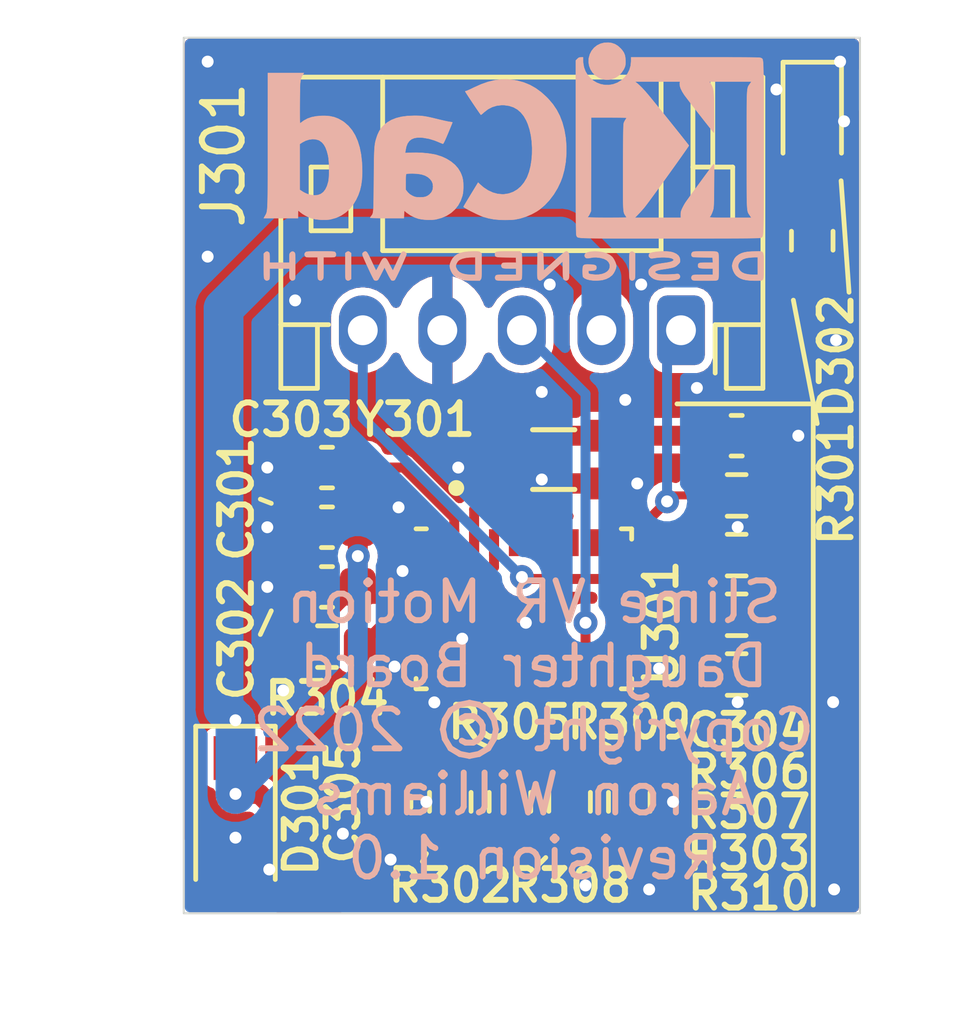
<source format=kicad_pcb>
(kicad_pcb (version 20221018) (generator pcbnew)
  (title_block (title "Slime VR Motion Daughter Board") (date "2022-03-03") (rev "1.0") (company "Copyright © 2022 Aaron Williams"))
  (layers (0 "F.Cu" mixed) (31 "B.Cu" mixed) (34 "B.Paste" user) (35 "F.Paste" user) (36 "B.SilkS" user "B.Silkscreen") (37 "F.SilkS" user "F.Silkscreen") (38 "B.Mask" user) (39 "F.Mask" user) (44 "Edge.Cuts" user))
  (net 0 "")
  (net 1 "+3V3")
  (net 2 "GND")
  (net 3 "Net-(D302-Pad2)")
  (net 4 "Net-(R303-Pad2)")
  (net 5 "Net-(R308-Pad2)")
  (net 6 "Net-(R309-Pad2)")
  (net 7 "Net-(R310-Pad2)")
  (net 17 "/CAP")
  (net 18 "/SDA")
  (net 19 "/~{INT1}")
  (net 20 "/SCL")
  (net 21 "/~{BNO_RESET}")
  (net 22 "/~{BNO_BOOT}")
  (net 23 "/B_CLK")
  (footprint "Resistor_SMD:R_0603_1608Metric" (layer "F.Cu") (at 73.8 39.1 -90)
    (fp_text reference "R301" (at 6.094261 -0.6 90) (layer "F.SilkS") (effects (font (size 0.8 0.8))))
    (fp_text value "330")
    (pad "1" smd roundrect (at -0.825 0 270) (size 0.8 0.95) (layers "F.Cu" "F.Paste" "F.Mask") (net 3 "Net-(D302-Pad2)"))
    (pad "2" smd roundrect (at 0.825 0 270) (size 0.8 0.95) (layers "F.Cu" "F.Paste" "F.Mask") (net 1 "+3V3"))
  )
  (footprint "Capacitor_SMD:C_0603_1608Metric" (layer "F.Cu") (at 61.6 44.8 180)
    (fp_text reference "C303" (at 0.9 1.2) (layer "F.SilkS") (effects (font (size 0.8 0.8))))
    (fp_text value "0.1uF")
    (pad "1" smd roundrect (at -0.775 0 180) (size 0.9 0.95) (layers "F.Cu" "F.Paste" "F.Mask") (net 1 "+3V3"))
    (pad "2" smd roundrect (at 0.775 0 180) (size 0.9 0.95) (layers "F.Cu" "F.Paste" "F.Mask") (net 2 "GND"))
  )
  (footprint "Package_LGA:LGA-28_5.2x3.8mm_P0.5mm" (layer "F.Cu") (at 66.55 48.35)
    (fp_text reference "U301" (at 3.45 0.35 90) (layer "F.SilkS") (effects (font (size 0.8 0.8))))
    (fp_text value "BNO085")
    (pad "1" smd rect (at -2.25 -1.6625) (size 0.254 0.675) (layers "F.Cu" "F.Paste" "F.Mask"))
    (pad "2" smd rect (at -2.3875 -0.75 90) (size 0.254 0.675) (layers "F.Cu" "F.Paste" "F.Mask") (net 2 "GND"))
    (pad "3" smd rect (at -2.3875 -0.25 90) (size 0.254 0.675) (layers "F.Cu" "F.Paste" "F.Mask") (net 1 "+3V3"))
    (pad "4" smd rect (at -2.3875 0.25 90) (size 0.254 0.675) (layers "F.Cu" "F.Paste" "F.Mask") (net 22 "/~{BNO_BOOT}"))
    (pad "5" smd rect (at -2.3875 0.75 90) (size 0.254 0.675) (layers "F.Cu" "F.Paste" "F.Mask") (net 2 "GND"))
    (pad "6" smd rect (at -2.25 1.6625) (size 0.254 0.675) (layers "F.Cu" "F.Paste" "F.Mask") (net 2 "GND"))
    (pad "7" smd rect (at -1.75 1.6625) (size 0.254 0.675) (layers "F.Cu" "F.Paste" "F.Mask"))
    (pad "8" smd rect (at -1.25 1.6625) (size 0.254 0.675) (layers "F.Cu" "F.Paste" "F.Mask"))
    (pad "9" smd rect (at -0.75 1.6625) (size 0.254 0.675) (layers "F.Cu" "F.Paste" "F.Mask") (net 17 "/CAP"))
    (pad "10" smd rect (at -0.25 1.6625) (size 0.254 0.675) (layers "F.Cu" "F.Paste" "F.Mask") (net 1 "+3V3"))
    (pad "11" smd rect (at 0.25 1.6625) (size 0.254 0.675) (layers "F.Cu" "F.Paste" "F.Mask") (net 21 "/~{BNO_RESET}"))
    (pad "12" smd rect (at 0.75 1.6625) (size 0.254 0.675) (layers "F.Cu" "F.Paste" "F.Mask"))
    (pad "13" smd rect (at 1.25 1.6625) (size 0.254 0.675) (layers "F.Cu" "F.Paste" "F.Mask"))
    (pad "14" smd rect (at 1.75 1.6625) (size 0.254 0.675) (layers "F.Cu" "F.Paste" "F.Mask") (net 19 "/~{INT1}"))
    (pad "15" smd rect (at 2.25 1.6625) (size 0.254 0.675) (layers "F.Cu" "F.Paste" "F.Mask") (net 5 "Net-(R308-Pad2)"))
    (pad "16" smd rect (at 2.3875 0.75 90) (size 0.254 0.675) (layers "F.Cu" "F.Paste" "F.Mask") (net 6 "Net-(R309-Pad2)"))
    (pad "17" smd rect (at 2.3875 0.25 90) (size 0.254 0.675) (layers "F.Cu" "F.Paste" "F.Mask") (net 7 "Net-(R310-Pad2)"))
    (pad "18" smd rect (at 2.3875 -0.25 90) (size 0.254 0.675) (layers "F.Cu" "F.Paste" "F.Mask") (net 4 "Net-(R303-Pad2)"))
    (pad "19" smd rect (at 2.3875 -0.75 90) (size 0.254 0.675) (layers "F.Cu" "F.Paste" "F.Mask") (net 20 "/SCL"))
    (pad "20" smd rect (at 2.25 -1.6625) (size 0.254 0.675) (layers "F.Cu" "F.Paste" "F.Mask") (net 18 "/SDA"))
    (pad "21" smd rect (at 1.75 -1.6625) (size 0.254 0.675) (layers "F.Cu" "F.Paste" "F.Mask"))
    (pad "22" smd rect (at 1.25 -1.6625) (size 0.254 0.675) (layers "F.Cu" "F.Paste" "F.Mask"))
    (pad "23" smd rect (at 0.75 -1.6625) (size 0.254 0.675) (layers "F.Cu" "F.Paste" "F.Mask"))
    (pad "24" smd rect (at 0.25 -1.6625) (size 0.254 0.675) (layers "F.Cu" "F.Paste" "F.Mask"))
    (pad "25" smd rect (at -0.25 -1.6625) (size 0.254 0.675) (layers "F.Cu" "F.Paste" "F.Mask") (net 2 "GND"))
    (pad "26" smd rect (at -0.75 -1.6625) (size 0.254 0.675) (layers "F.Cu" "F.Paste" "F.Mask") (net 1 "+3V3"))
    (pad "27" smd rect (at -1.25 -1.6625) (size 0.254 0.675) (layers "F.Cu" "F.Paste" "F.Mask") (net 23 "/B_CLK"))
    (pad "28" smd rect (at -1.75 -1.6625) (size 0.254 0.675) (layers "F.Cu" "F.Paste" "F.Mask") (net 1 "+3V3"))
  )
  (footprint "Capacitor_SMD:C_0603_1608Metric" (layer "F.Cu") (at 71.9 44)
    (fp_text reference "C304" (at 0.3 7.4) (layer "F.SilkS") (effects (font (size 0.8 0.8))))
    (fp_text value "0.1uF")
    (pad "1" smd roundrect (at -0.775 0) (size 0.9 0.95) (layers "F.Cu" "F.Paste" "F.Mask") (net 1 "+3V3"))
    (pad "2" smd roundrect (at 0.775 0) (size 0.9 0.95) (layers "F.Cu" "F.Paste" "F.Mask") (net 2 "GND"))
  )
  (footprint "Capacitor_SMD:C_0603_1608Metric" (layer "F.Cu") (at 61.6 47.8 180)
    (fp_text reference "C302" (at 2.275 -1.294261 90) (layer "F.SilkS") (effects (font (size 0.8 0.8))))
    (fp_text value "0.1uF")
    (pad "1" smd roundrect (at -0.775 0 180) (size 0.9 0.95) (layers "F.Cu" "F.Paste" "F.Mask") (net 1 "+3V3"))
    (pad "2" smd roundrect (at 0.775 0 180) (size 0.9 0.95) (layers "F.Cu" "F.Paste" "F.Mask") (net 2 "GND"))
  )
  (footprint "Connector_JST:JST_PH_S5B-PH-K_1x05_P2.00mm_Horizontal" (layer "F.Cu") (at 70.5 41.35 180)
    (fp_text reference "J301" (at 11.5 4.4 90) (layer "F.SilkS"))
    (fp_text value "External Motion")
    (pad "1" thru_hole roundrect (at 0 0 180) (size 1.2 1.75) (drill 0.75) (layers "*.Cu" "*.Mask") (roundrect_rratio 0.2083333333) (net 18 "/SDA"))
    (pad "2" thru_hole oval (at 2 0 180) (size 1.2 1.75) (drill 0.75) (layers "*.Cu" "*.Mask") (net 1 "+3V3"))
    (pad "3" thru_hole oval (at 4 0 180) (size 1.2 1.75) (drill 0.75) (layers "*.Cu" "*.Mask") (net 19 "/~{INT1}"))
    (pad "4" thru_hole oval (at 6 0 180) (size 1.2 1.75) (drill 0.75) (layers "*.Cu" "*.Mask") (net 2 "GND"))
    (pad "5" thru_hole oval (at 8 0 180) (size 1.2 1.75) (drill 0.75) (layers "*.Cu" "*.Mask") (net 20 "/SCL"))
  )
  (footprint "Resistor_SMD:R_0603_1608Metric" (layer "F.Cu") (at 71.9 48.5 180)
    (fp_text reference "R303" (at -0.3 -6) (layer "F.SilkS") (effects (font (size 0.8 0.8))))
    (fp_text value "10K")
    (pad "1" smd roundrect (at -0.825 0 180) (size 0.8 0.95) (layers "F.Cu" "F.Paste" "F.Mask") (net 1 "+3V3"))
    (pad "2" smd roundrect (at 0.825 0 180) (size 0.8 0.95) (layers "F.Cu" "F.Paste" "F.Mask") (net 4 "Net-(R303-Pad2)"))
  )
  (footprint "LED_SMD:LED_0603_1608Metric" (layer "F.Cu") (at 73.8 36.1 -90)
    (fp_text reference "D302" (at 5.9 -0.6 90) (layer "F.SilkS") (effects (font (size 0.8 0.8))))
    (fp_text value "Green")
    (pad "1" smd roundrect (at -0.7875 0 270) (size 0.875 0.95) (layers "F.Cu" "F.Paste" "F.Mask") (net 2 "GND"))
    (pad "2" smd roundrect (at 0.7875 0 270) (size 0.875 0.95) (layers "F.Cu" "F.Paste" "F.Mask") (net 3 "Net-(D302-Pad2)"))
  )
  (footprint "Resistor_SMD:R_0603_1608Metric" (layer "F.Cu") (at 61.6 49.3)
    (fp_text reference "R304" (at 0 1.3) (layer "F.SilkS") (effects (font (size 0.8 0.8))))
    (fp_text value "10K")
    (pad "1" smd roundrect (at -0.825 0) (size 0.8 0.95) (layers "F.Cu" "F.Paste" "F.Mask") (net 1 "+3V3"))
    (pad "2" smd roundrect (at 0.825 0) (size 0.8 0.95) (layers "F.Cu" "F.Paste" "F.Mask") (net 22 "/~{BNO_BOOT}"))
  )
  (footprint "Resistor_SMD:R_0603_1608Metric" (layer "F.Cu") (at 71.9 45.5 180)
    (fp_text reference "R306" (at -0.3 -6.95) (layer "F.SilkS") (effects (font (size 0.8 0.8))))
    (fp_text value "2.2K")
    (pad "1" smd roundrect (at -0.825 0 180) (size 0.8 0.95) (layers "F.Cu" "F.Paste" "F.Mask") (net 1 "+3V3"))
    (pad "2" smd roundrect (at 0.825 0 180) (size 0.8 0.95) (layers "F.Cu" "F.Paste" "F.Mask") (net 18 "/SDA"))
  )
  (footprint "Resistor_SMD:R_0603_1608Metric" (layer "F.Cu") (at 69.2 53.2 90)
    (fp_text reference "R309" (at 2 0) (layer "F.SilkS") (effects (font (size 0.8 0.8))))
    (fp_text value "2.2K")
    (pad "1" smd roundrect (at -0.825 0 90) (size 0.8 0.95) (layers "F.Cu" "F.Paste" "F.Mask") (net 1 "+3V3"))
    (pad "2" smd roundrect (at 0.825 0 90) (size 0.8 0.95) (layers "F.Cu" "F.Paste" "F.Mask") (net 6 "Net-(R309-Pad2)"))
  )
  (footprint "Resistor_SMD:R_0603_1608Metric" (layer "F.Cu") (at 66.2 53.2 90)
    (fp_text reference "R305" (at 2 0) (layer "F.SilkS") (effects (font (size 0.8 0.8))))
    (fp_text value "10K")
    (pad "1" smd roundrect (at -0.825 0 90) (size 0.8 0.95) (layers "F.Cu" "F.Paste" "F.Mask") (net 1 "+3V3"))
    (pad "2" smd roundrect (at 0.825 0 90) (size 0.8 0.95) (layers "F.Cu" "F.Paste" "F.Mask") (net 19 "/~{INT1}"))
  )
  (footprint "Diode_SMD:D_SOD-123F" (layer "F.Cu") (at 59.3 53.5 -90)
    (fp_text reference "D301" (at 0 -1.65 90) (layer "F.SilkS") (effects (font (size 0.8 0.8))))
    (fp_text value "DSS12UTR")
    (pad "1" smd rect (at -1.4 0 270) (size 1.1 1.1) (layers "F.Cu" "F.Paste" "F.Mask") (net 1 "+3V3"))
    (pad "2" smd rect (at 1.4 0 270) (size 1.1 1.1) (layers "F.Cu" "F.Paste" "F.Mask") (net 2 "GND"))
  )
  (footprint "Resistor_SMD:R_0603_1608Metric" (layer "F.Cu") (at 71.9 47 180)
    (fp_text reference "R307" (at -0.3 -6.45) (layer "F.SilkS") (effects (font (size 0.8 0.8))))
    (fp_text value "2.2K")
    (pad "1" smd roundrect (at -0.825 0 180) (size 0.8 0.95) (layers "F.Cu" "F.Paste" "F.Mask") (net 1 "+3V3"))
    (pad "2" smd roundrect (at 0.825 0 180) (size 0.8 0.95) (layers "F.Cu" "F.Paste" "F.Mask") (net 20 "/SCL"))
  )
  (footprint "Capacitor_SMD:C_0603_1608Metric" (layer "F.Cu") (at 61.6 46.3 180)
    (fp_text reference "C301" (at 2.275 0.705739 90) (layer "F.SilkS") (effects (font (size 0.8 0.8))))
    (fp_text value "10uF 10V")
    (pad "1" smd roundrect (at -0.775 0 180) (size 0.9 0.95) (layers "F.Cu" "F.Paste" "F.Mask") (net 1 "+3V3"))
    (pad "2" smd roundrect (at 0.775 0 180) (size 0.9 0.95) (layers "F.Cu" "F.Paste" "F.Mask") (net 2 "GND"))
  )
  (footprint "Resistor_SMD:R_0603_1608Metric" (layer "F.Cu") (at 64.7 53.2 90)
    (fp_text reference "R302" (at -2.1 0) (layer "F.SilkS") (effects (font (size 0.8 0.8))))
    (fp_text value "10K")
    (pad "1" smd roundrect (at -0.825 0 90) (size 0.8 0.95) (layers "F.Cu" "F.Paste" "F.Mask") (net 1 "+3V3"))
    (pad "2" smd roundrect (at 0.825 0 90) (size 0.8 0.95) (layers "F.Cu" "F.Paste" "F.Mask") (net 21 "/~{BNO_RESET}"))
  )
  (footprint "Resistor_SMD:R_0603_1608Metric" (layer "F.Cu") (at 67.7 53.2 90)
    (fp_text reference "R308" (at -2.1 0) (layer "F.SilkS") (effects (font (size 0.8 0.8))))
    (fp_text value "2.2K")
    (pad "1" smd roundrect (at -0.825 0 90) (size 0.8 0.95) (layers "F.Cu" "F.Paste" "F.Mask") (net 1 "+3V3"))
    (pad "2" smd roundrect (at 0.825 0 90) (size 0.8 0.95) (layers "F.Cu" "F.Paste" "F.Mask") (net 5 "Net-(R308-Pad2)"))
  )
  (footprint "Resistor_SMD:R_0603_1608Metric" (layer "F.Cu") (at 71.9 50 180)
    (fp_text reference "R310" (at -0.325 -5.494261) (layer "F.SilkS") (effects (font (size 0.8 0.8))))
    (fp_text value "10K")
    (pad "1" smd roundrect (at -0.825 0 180) (size 0.8 0.95) (layers "F.Cu" "F.Paste" "F.Mask") (net 1 "+3V3"))
    (pad "2" smd roundrect (at 0.825 0 180) (size 0.8 0.95) (layers "F.Cu" "F.Paste" "F.Mask") (net 7 "Net-(R310-Pad2)"))
  )
  (footprint "Aaron:OSC_OM-7604-C7" (layer "F.Cu") (at 67.3 44.6)
    (fp_text reference "Y301" (at -3.475 -1.005739) (layer "F.SilkS") (effects (font (size 0.8 0.8))))
    (fp_text value "OM-7604-C7")
    (pad "1" smd rect (at -1.35 0.6) (size 1 0.8) (layers "F.Cu" "F.Paste" "F.Mask") (net 23 "/B_CLK"))
    (pad "2" smd rect (at 1.35 0.6) (size 1 0.8) (layers "F.Cu" "F.Paste" "F.Mask") (net 2 "GND"))
    (pad "3" smd rect (at 1.35 -0.6) (size 1 0.8) (layers "F.Cu" "F.Paste" "F.Mask") (net 1 "+3V3"))
    (pad "4" smd rect (at -1.35 -0.6) (size 1 0.8) (layers "F.Cu" "F.Paste" "F.Mask") (net 1 "+3V3"))
  )
  (footprint "Capacitor_SMD:C_0603_1608Metric" (layer "F.Cu") (at 63.2 53.2 -90)
    (fp_text reference "C305" (at 0 1.2 90) (layer "F.SilkS") (effects (font (size 0.8 0.8))))
    (fp_text value "0.1uF")
    (pad "1" smd roundrect (at -0.775 0 270) (size 0.9 0.95) (layers "F.Cu" "F.Paste" "F.Mask") (net 17 "/CAP"))
    (pad "2" smd roundrect (at 0.775 0 270) (size 0.9 0.95) (layers "F.Cu" "F.Paste" "F.Mask") (net 2 "GND"))
  )
  (footprint "Symbol:KiCad-Logo2_5mm_SilkScreen" (layer "B.Cu") (at 66.3 37.1 180)
    (fp_text reference "REF**" hide)
    (fp_text value "KiCad-Logo2_5mm_SilkScreen" hide)
  )
  (gr_line (start 66.9 54.8) (end 67.1 54.6) (stroke (width 0.12)) (layer "F.SilkS"))
  (gr_line (start 59.925 45.594261) (end 60.2 45.7) (stroke (width 0.12)) (layer "F.SilkS"))
  (gr_line (start 65.4 51.7) (end 65.6 51.8) (stroke (width 0.12)) (layer "F.SilkS"))
  (gr_line (start 73.825 43.2) (end 70.4 43.2) (stroke (width 0.12)) (layer "F.SilkS"))
  (gr_line (start 73.825 55.794261) (end 73.825 43.2) (stroke (width 0.12)) (layer "F.SilkS"))
  (gr_line (start 73.325 40.594261) (end 73.925 43.694261) (stroke (width 0.12)) (layer "F.SilkS"))
  (gr_line (start 68.5 51.7) (end 68.7 51.8) (stroke (width 0.12)) (layer "F.SilkS"))
  (gr_line (start 59.925 48.994261) (end 60.2 48.4) (stroke (width 0.12)) (layer "F.SilkS"))
  (gr_line (start 64 54.7) (end 64.1 54.5) (stroke (width 0.12)) (layer "F.SilkS"))
  (gr_line (start 74.725 40.394261) (end 74.525 37.594261) (stroke (width 0.12)) (layer "F.SilkS"))
  (gr_rect (start 58 34) (end 75 56) (stroke (width 0.05)) (fill none) (layer "Edge.Cuts"))
  (gr_text "Slime VR Motion\nDaughter Board\nCopyright © 2022\nAaron Williams\nRevision 1.0" (at 66.8 51.4) (layer "B.SilkS") (effects (font (size 1 1)) (justify mirror)))
  (segment (start 62.375 44.8) (end 63.526022 44.8) (width 0.25) (layer "F.Cu") (net 1))
  (segment (start 62.675 46) (end 62.375 46.3) (width 0.25) (layer "F.Cu") (net 1))
  (segment (start 62.375 45.525) (end 62.375 44.8) (width 0.5) (layer "F.Cu") (net 1))
  (segment (start 71.125 44) (end 72.725 45.6) (width 0.5) (layer "F.Cu") (net 1))
  (segment (start 66.1 55.4) (end 62.3 55.4) (width 0.5) (layer "F.Cu") (net 1))
  (segment (start 65.001022 48.1) (end 64.1625 48.1) (width 0.25) (layer "F.Cu") (net 1))
  (segment (start 66.3 49.398978) (end 65.001022 48.1) (width 0.25) (layer "F.Cu") (net 1))
  (segment (start 66.975 54.025) (end 66.975 54.525) (width 0.5) (layer "F.Cu") (net 1))
  (segment (start 59.3 52.1) (end 59.3 53) (width 0.5) (layer "F.Cu") (net 1))
  (segment (start 65.8 47.301022) (end 65.601022 47.5) (width 0.25) (layer "F.Cu") (net 1))
  (segment (start 64.998978 47.5) (end 64.8 47.301022) (width 0.25) (layer "F.Cu") (net 1))
  (segment (start 66.975 54.525) (end 66.1 55.4) (width 0.5) (layer "F.Cu") (net 1))
  (segment (start 65.95 44) (end 71.125 44) (width 0.5) (layer "F.Cu") (net 1))
  (segment (start 59.9 53) (end 59.3 53) (width 0.5) (layer "F.Cu") (net 1))
  (segment (start 72.725 50) (end 72.725 45.6) (width 0.5) (layer "F.Cu") (net 1))
  (segment (start 73.8 39.925) (end 73.8 41.325) (width 0.25) (layer "F.Cu") (net 1))
  (segment (start 72.725 50) (end 72.725 52.275) (width 0.5) (layer "F.Cu") (net 1))
  (segment (start 64.8 46.073978) (end 64.8 46.6875) (width 0.25) (layer "F.Cu") (net 1))
  (segment (start 60.875 49.3) (end 62.375 47.8) (width 0.25) (layer "F.Cu") (net 1))
  (segment (start 64.1625 48.1) (end 62.675 48.1) (width 0.25) (layer "F.Cu") (net 1))
  (segment (start 62.675 48.1) (end 62.375 47.8) (width 0.25) (layer "F.Cu") (net 1))
  (segment (start 73.8 41.325) (end 71.125 44) (width 0.25) (layer "F.Cu") (net 1))
  (segment (start 70.975 54.025) (end 69.2 54.025) (width 0.5) (layer "F.Cu") (net 1))
  (segment (start 72.725 52.275) (end 70.975 54.025) (width 0.5) (layer "F.Cu") (net 1))
  (segment (start 62.3 55.4) (end 59.9 53) (width 0.5) (layer "F.Cu") (net 1))
  (segment (start 64.8 47.301022) (end 64.8 46.6875) (width 0.25) (layer "F.Cu") (net 1))
  (segment (start 64.7 54.025) (end 66.975 54.025) (width 0.5) (layer "F.Cu") (net 1))
  (segment (start 66.3 50.0125) (end 66.3 49.398978) (width 0.25) (layer "F.Cu") (net 1))
  (segment (start 65.8 46.6875) (end 65.8 47.301022) (width 0.25) (layer "F.Cu") (net 1))
  (segment (start 60.775 49.3) (end 60.875 49.3) (width 0.25) (layer "F.Cu") (net 1))
  (segment (start 63.526022 44.8) (end 64.8 46.073978) (width 0.25) (layer "F.Cu") (net 1))
  (segment (start 62.375 47.8) (end 62.375 47.025) (width 0.5) (layer "F.Cu") (net 1))
  (segment (start 66.975 54.025) (end 69.2 54.025) (width 0.5) (layer "F.Cu") (net 1))
  (segment (start 59.3 52.1) (end 59.3 51.15) (width 0.5) (layer "F.Cu") (net 1))
  (segment (start 65.601022 47.5) (end 64.998978 47.5) (width 0.25) (layer "F.Cu") (net 1))
  (segment (start 62.375 47.025) (end 62.375 45.525) (width 0.5) (layer "F.Cu") (net 1))
  (via (at 62.375 47.025) (size 0.6) (drill 0.3) (layers "F.Cu" "B.Cu") (net 1))
  (via (at 59.3 53) (size 0.6) (drill 0.3) (layers "F.Cu" "B.Cu") (net 1))
  (via (at 59.3 51.15) (size 0.6) (drill 0.3) (layers "F.Cu" "B.Cu") (net 1))
  (segment (start 59 40.8) (end 59 50.85) (width 1) (layer "B.Cu") (net 1))
  (segment (start 59 50.85) (end 59.3 51.15) (width 1) (layer "B.Cu") (net 1))
  (segment (start 59.3 51.15) (end 59.3 53) (width 1) (layer "B.Cu") (net 1))
  (segment (start 67.475 39) (end 60.8 39) (width 1) (layer "B.Cu") (net 1))
  (segment (start 62.375 50.025) (end 59.4 53) (width 0.5) (layer "B.Cu") (net 1))
  (segment (start 68.5 41.35) (end 68.5 40.025) (width 1) (layer "B.Cu") (net 1))
  (segment (start 68.5 40.025) (end 67.475 39) (width 1) (layer "B.Cu") (net 1))
  (segment (start 62.375 47.025) (end 62.375 50.025) (width 0.5) (layer "B.Cu") (net 1))
  (segment (start 59.4 53) (end 59.3 53) (width 0.5) (layer "B.Cu") (net 1))
  (segment (start 60.8 39) (end 59 40.8) (width 1) (layer "B.Cu") (net 1))
  (segment (start 72.9125 35.3125) (end 72.9 35.3) (width 0.25) (layer "F.Cu") (net 2))
  (segment (start 66.774511 45.924511) (end 67 45.699022) (width 0.25) (layer "F.Cu") (net 2))
  (segment (start 67 45.699022) (end 67 45.1) (width 0.25) (layer "F.Cu") (net 2))
  (segment (start 66.3 46.6875) (end 66.3 46) (width 0.25) (layer "F.Cu") (net 2))
  (segment (start 66.375489 45.924511) (end 66.774511 45.924511) (width 0.25) (layer "F.Cu") (net 2))
  (segment (start 73.8 35.3125) (end 72.9125 35.3125) (width 0.25) (layer "F.Cu") (net 2))
  (segment (start 66.3 46) (end 66.375489 45.924511) (width 0.25) (layer "F.Cu") (net 2))
  (via (at 66.6 48.7) (size 0.6) (drill 0.3) (layers "F.Cu" "B.Cu") (net 2))
  (via (at 60.5 50.4) (size 0.6) (drill 0.3) (layers "F.Cu" "B.Cu") (net 2))
  (via (at 74.6 36.1) (size 0.6) (drill 0.3) (layers "F.Cu" "B.Cu") (net 2))
  (via (at 58.6 34.6) (size 0.6) (drill 0.3) (layers "F.Cu" "B.Cu") (net 2))
  (via (at 69.7 55.4) (size 0.6) (drill 0.3) (layers "F.Cu" "B.Cu") (net 2))
  (via (at 69.5 40.2) (size 0.6) (drill 0.3) (layers "F.Cu" "B.Cu") (net 2))
  (via (at 74.5 34.6) (size 0.6) (drill 0.3) (layers "F.Cu" "B.Cu") (net 2))
  (via (at 74.35 55.4) (size 0.6) (drill 0.3) (layers "F.Cu" "B.Cu") (net 2))
  (via (at 63.2 54.6505) (size 0.6) (drill 0.3) (layers "F.Cu" "B.Cu") (net 2))
  (via (at 67.2 40.2) (size 0.6) (drill 0.3) (layers "F.Cu" "B.Cu") (net 2))
  (via (at 60.15 54.9) (size 0.6) (drill 0.3) (layers "F.Cu" "B.Cu") (net 2))
  (via (at 58.6 39.5) (size 0.6) (drill 0.3) (layers "F.Cu" "B.Cu") (net 2))
  (via (at 70.9 42.8) (size 0.6) (drill 0.3) (layers "F.Cu" "B.Cu") (net 2))
  (via (at 64.3 50.7) (size 0.6) (drill 0.3) (layers "F.Cu" "B.Cu") (net 2))
  (via (at 59.3 54.0995) (size 0.6) (drill 0.3) (layers "F.Cu" "B.Cu") (net 2))
  (via (at 60.1 47.8) (size 0.6) (drill 0.3) (layers "F.Cu" "B.Cu") (net 2))
  (via (at 74.4 41.6) (size 0.6) (drill 0.3) (layers "F.Cu" "B.Cu") (net 2))
  (via (at 69.4 45.2) (size 0.6) (drill 0.3) (layers "F.Cu" "B.Cu") (net 2))
  (via (at 69.1 43.1) (size 0.6) (drill 0.3) (layers "F.Cu" "B.Cu") (net 2))
  (via (at 69.95 49.85) (size 0.6) (drill 0.3) (layers "F.Cu" "B.Cu") (net 2))
  (via (at 63.3 49.8) (size 0.6) (drill 0.3) (layers "F.Cu" "B.Cu") (net 2))
  (via (at 74.325 50.694261) (size 0.6) (drill 0.3) (layers "F.Cu" "B.Cu") (net 2))
  (via (at 72.9 35.3) (size 0.6) (drill 0.3) (layers "F.Cu" "B.Cu") (net 2))
  (via (at 73.45 44) (size 0.6) (drill 0.3) (layers "F.Cu" "B.Cu") (net 2))
  (via (at 60.1 46.3) (size 0.6) (drill 0.3) (layers "F.Cu" "B.Cu") (net 2))
  (via (at 65 49.1) (size 0.6) (drill 0.3) (layers "F.Cu" "B.Cu") (net 2))
  (via (at 67 42.9) (size 0.6) (drill 0.3) (layers "F.Cu" "B.Cu") (net 2))
  (via (at 64.1 53.2) (size 0.6) (drill 0.3) (layers "F.Cu" "B.Cu") (net 2))
  (via (at 64.9 44.8) (size 0.6) (drill 0.3) (layers "F.Cu" "B.Cu") (net 2))
  (via (at 70.3 53.2) (size 0.6) (drill 0.3) (layers "F.Cu" "B.Cu") (net 2))
  (via (at 63.5 47.4) (size 0.6) (drill 0.3) (layers "F.Cu" "B.Cu") (net 2))
  (via (at 68.1 55.3) (size 0.6) (drill 0.3) (layers "F.Cu" "B.Cu") (net 2))
  (via (at 63.4 45.8) (size 0.6) (drill 0.3) (layers "F.Cu" "B.Cu") (net 2))
  (via (at 60.8 40.6) (size 0.6) (drill 0.3) (layers "F.Cu" "B.Cu") (net 2))
  (via (at 67 45.1) (size 0.6) (drill 0.3) (layers "F.Cu" "B.Cu") (net 2))
  (via (at 71.925 46.294261) (size 0.6) (drill 0.3) (layers "F.Cu" "B.Cu") (net 2))
  (via (at 62 54) (size 0.6) (drill 0.3) (layers "F.Cu" "B.Cu") (net 2))
  (via (at 60.1 44.8) (size 0.6) (drill 0.3) (layers "F.Cu" "B.Cu") (net 2))
  (via (at 71.925 50.694261) (size 0.6) (drill 0.3) (layers "F.Cu" "B.Cu") (net 2))
  (segment (start 73.8 36.8875) (end 73.8 38.275) (width 0.25) (layer "F.Cu") (net 3))
  (segment (start 68.9375 48.1) (end 70.675 48.1) (width 0.25) (layer "F.Cu") (net 4))
  (segment (start 70.675 48.1) (end 71.075 48.5) (width 0.25) (layer "F.Cu") (net 4))
  (segment (start 68.8 50.0125) (end 68.8 51.275) (width 0.25) (layer "F.Cu") (net 5))
  (segment (start 68.8 51.275) (end 67.7 52.375) (width 0.25) (layer "F.Cu") (net 5))
  (segment (start 69.251511 49.414011) (end 69.251511 52.323489) (width 0.25) (layer "F.Cu") (net 6))
  (segment (start 69.251511 52.323489) (end 69.2 52.375) (width 0.25) (layer "F.Cu") (net 6))
  (segment (start 68.9375 49.1) (end 69.251511 49.414011) (width 0.25) (layer "F.Cu") (net 6))
  (segment (start 68.9375 48.6) (end 69.675 48.6) (width 0.25) (layer "F.Cu") (net 7))
  (segment (start 69.675 48.6) (end 71.075 50) (width 0.25) (layer "F.Cu") (net 7))
  (segment (start 63.97452 51.65048) (end 63.2 52.425) (width 0.25) (layer "F.Cu") (net 17))
  (segment (start 65.8 50.0125) (end 65.8 50.626022) (width 0.25) (layer "F.Cu") (net 17))
  (segment (start 64.775542 51.65048) (end 63.97452 51.65048) (width 0.25) (layer "F.Cu") (net 17))
  (segment (start 65.8 50.626022) (end 64.775542 51.65048) (width 0.25) (layer "F.Cu") (net 17))
  (segment (start 68.8 46.6875) (end 69.1125 46.6875) (width 0.25) (layer "F.Cu") (net 18))
  (segment (start 69.1125 46.6875) (end 70.2 45.6) (width 0.25) (layer "F.Cu") (net 18))
  (segment (start 70.3 45.5) (end 70.15 45.65) (width 0.2) (layer "F.Cu") (net 18))
  (segment (start 71.075 45.5) (end 70.3 45.5) (width 0.2) (layer "F.Cu") (net 18))
  (via (at 70.15 45.65) (size 0.6) (drill 0.3) (layers "F.Cu" "B.Cu") (net 18))
  (segment (start 70.15 45.65) (end 70.15 41.7) (width 0.25) (layer "B.Cu") (net 18))
  (segment (start 70.15 41.7) (end 70.5 41.35) (width 0.25) (layer "B.Cu") (net 18))
  (segment (start 70.35 41.35) (end 70.2 41.5) (width 0.25) (layer "B.Cu") (net 18))
  (segment (start 67.726022 51.2) (end 67.375 51.2) (width 0.25) (layer "F.Cu") (net 19))
  (segment (start 68.3 50.626022) (end 68.3 49.425) (width 0.25) (layer "F.Cu") (net 19))
  (segment (start 68.1 49.225) (end 68.1 48.7) (width 0.25) (layer "F.Cu") (net 19))
  (segment (start 68.3 49.425) (end 68.1 49.225) (width 0.25) (layer "F.Cu") (net 19))
  (segment (start 68.3 50.626022) (end 67.726022 51.2) (width 0.25) (layer "F.Cu") (net 19))
  (segment (start 67.375 51.2) (end 66.2 52.375) (width 0.25) (layer "F.Cu") (net 19))
  (via (at 68.1 48.7) (size 0.6) (drill 0.3) (layers "F.Cu" "B.Cu") (net 19))
  (segment (start 66.5 41.35) (end 68.1 42.95) (width 0.25) (layer "B.Cu") (net 19))
  (segment (start 68.1 42.95) (end 68.1 48.7) (width 0.25) (layer "B.Cu") (net 19))
  (segment (start 68.9375 47.6) (end 70.475 47.6) (width 0.25) (layer "F.Cu") (net 20))
  (segment (start 66.55 47.6) (end 66.5 47.55) (width 0.25) (layer "F.Cu") (net 20))
  (segment (start 68.9375 47.6) (end 66.55 47.6) (width 0.25) (layer "F.Cu") (net 20))
  (segment (start 70.475 47.6) (end 71.075 47) (width 0.25) (layer "F.Cu") (net 20))
  (via (at 66.5 47.55) (size 0.6) (drill 0.3) (layers "F.Cu" "B.Cu") (net 20))
  (segment (start 62.5 41.35) (end 62.5 43.55) (width 0.25) (layer "B.Cu") (net 20))
  (segment (start 62.5 43.55) (end 66.5 47.55) (width 0.25) (layer "B.Cu") (net 20))
  (segment (start 66.8 50.7) (end 66.8 50.0125) (width 0.25) (layer "F.Cu") (net 21))
  (segment (start 65.84952 51.65048) (end 66.8 50.7) (width 0.25) (layer "F.Cu") (net 21))
  (segment (start 65.42452 51.65048) (end 65.84952 51.65048) (width 0.25) (layer "F.Cu") (net 21))
  (segment (start 64.7 52.375) (end 65.42452 51.65048) (width 0.25) (layer "F.Cu") (net 21))
  (segment (start 64.1625 48.6) (end 63.125 48.6) (width 0.25) (layer "F.Cu") (net 22))
  (segment (start 63.125 48.6) (end 62.425 49.3) (width 0.25) (layer "F.Cu") (net 22))
  (segment (start 65.3 46.6875) (end 65.3 45.85) (width 0.25) (layer "F.Cu") (net 23))
  (segment (start 65.3 45.85) (end 65.95 45.2) (width 0.25) (layer "F.Cu") (net 23))
  (zone (net 2) (net_name "GND") (layer "F.Cu") (connect_pads (clearance 0)) (min_thickness 0.254) (fill yes (thermal_gap 0.508) (thermal_bridge_width 0.508))
    (polygon (pts (xy 75 56) (xy 58 56) (xy 58 34) (xy 75 34)))
  )
  (zone (net 2) (net_name "GND") (layers "F&B.Cu") (connect_pads (clearance 0)) (min_thickness 0.254) (fill yes (thermal_gap 0.508) (thermal_bridge_width 0.508))
    (polygon (pts (xy 75 56) (xy 58 56) (xy 58 34) (xy 75 34)))
  )
)
</source>
